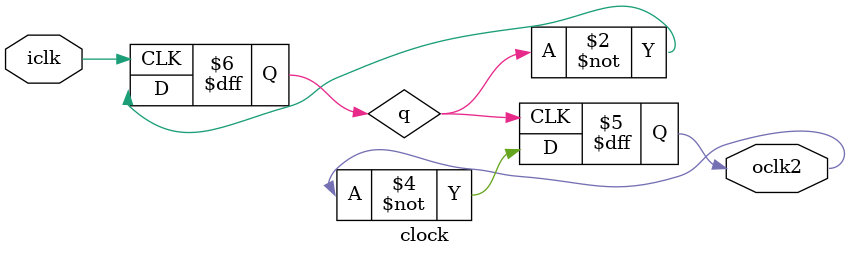
<source format=v>
`timescale 1ns / 1ps
module clock( 
	input wire iclk,		//master clock: 100MHz
	output reg oclk2		//pixel clock: 25MHz
	);

reg q;

always @(posedge iclk)
begin
		q = ~q;
end

always @(posedge q)
begin
		oclk2 = ~oclk2;
end

endmodule


</source>
